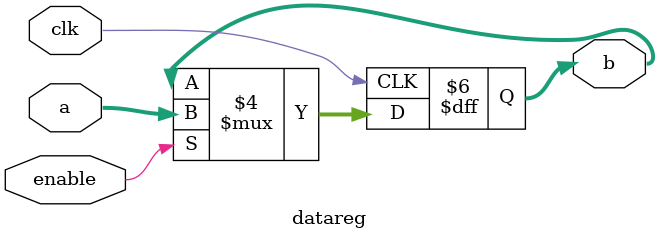
<source format=v>
module datareg (clk,a,b,enable);
input [7:0] a;
input clk,enable;
output [7:0] b;
reg [7:0] b;

initial begin
b=0;
end


always @(posedge clk) begin
     if (enable==1) begin
			b<=a;
		end
  end 


endmodule
</source>
